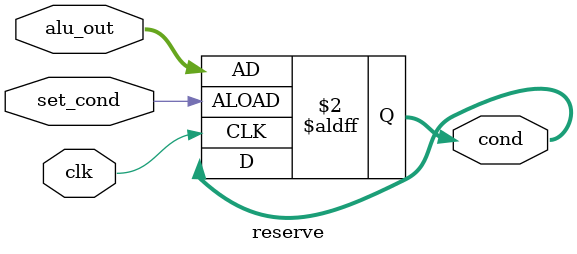
<source format=v>
`timescale 1ns / 1ps

module reserve(
	input wire [3:0] alu_out,
	input wire set_cond, clk,
	output reg [3:0] cond
    );
	always @ (posedge clk, posedge set_cond) 
		if(set_cond)
			cond <= alu_out;
endmodule

</source>
